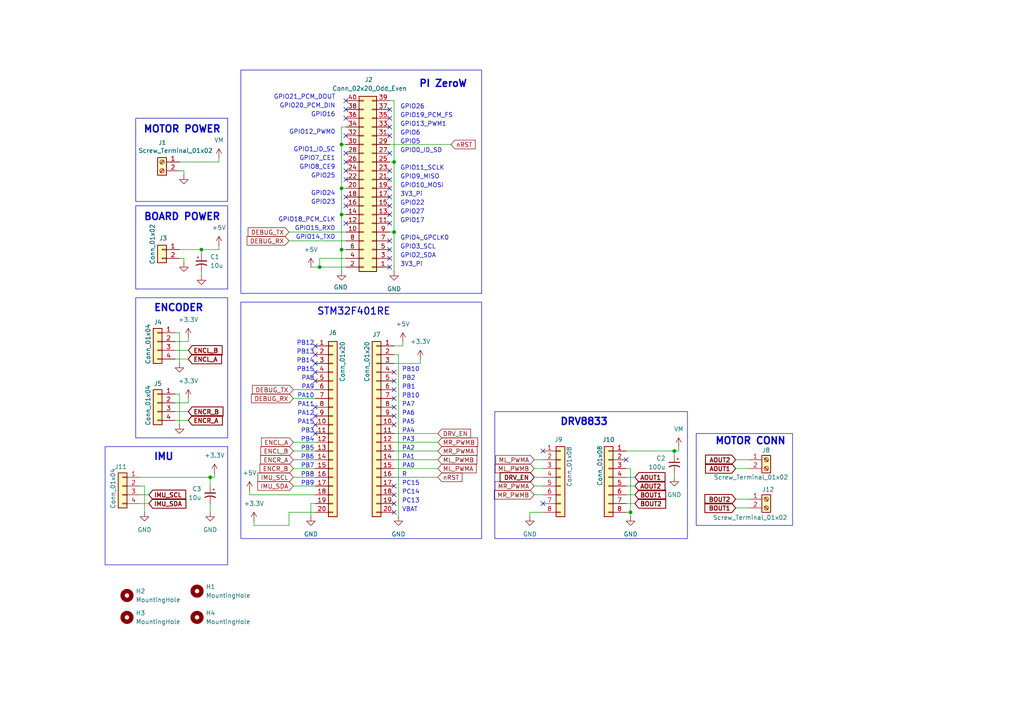
<source format=kicad_sch>
(kicad_sch (version 20231120) (generator "eeschema") (generator_version "8.0")
  (paper "A4")
  (lib_symbols
    (symbol "Connector:Screw_Terminal_01x02" (pin_names (offset 1.016) hide)
      (property "Reference" "J" (at 0 2.54 0))
      (property "Value" "Screw_Terminal_01x02" (at 0 -5.08 0))
      (symbol "Screw_Terminal_01x02_1_1"
        (rectangle (start -1.27 1.27) (end 1.27 -3.81) (stroke (width 0.254)) (fill (type background)))
        (circle (center 0 -2.54) (radius 0.635) (stroke (width 0.1524)))
        (polyline (pts (xy -0.5334 -2.2098) (xy 0.3302 -3.048)) (stroke (width 0.1524)))
        (polyline (pts (xy -0.5334 0.3302) (xy 0.3302 -0.508)) (stroke (width 0.1524)))
        (polyline (pts (xy -0.3556 -2.032) (xy 0.508 -2.8702)) (stroke (width 0.1524)))
        (polyline (pts (xy -0.3556 0.508) (xy 0.508 -0.3302)) (stroke (width 0.1524)))
        (circle (center 0 0) (radius 0.635) (stroke (width 0.1524)))
        (pin passive line (at -5.08 0 0) (length 3.81) (name "Pin_1") (number "1"))
        (pin passive line (at -5.08 -2.54 0) (length 3.81) (name "Pin_2") (number "2"))
      )
    )
    (symbol "Connector_Generic:Conn_01x02" (pin_names (offset 1.016) hide)
      (property "Reference" "J" (at 0 2.54 0))
      (property "Value" "Conn_01x02" (at 0 -5.08 0))
      (symbol "Conn_01x02_1_1"
        (rectangle (start -1.27 -2.413) (end 0 -2.667) (stroke (width 0.1524)))
        (rectangle (start -1.27 0.127) (end 0 -0.127) (stroke (width 0.1524)))
        (rectangle (start -1.27 1.27) (end 1.27 -3.81) (stroke (width 0.254)) (fill (type background)))
        (pin passive line (at -5.08 0 0) (length 3.81) (name "Pin_1") (number "1"))
        (pin passive line (at -5.08 -2.54 0) (length 3.81) (name "Pin_2") (number "2"))
      )
    )
    (symbol "Connector_Generic:Conn_01x04" (pin_names (offset 1.016) hide)
      (property "Reference" "J" (at 0 5.08 0))
      (property "Value" "Conn_01x04" (at 0 -7.62 0))
      (symbol "Conn_01x04_1_1"
        (rectangle (start -1.27 -4.953) (end 0 -5.207) (stroke (width 0.1524)))
        (rectangle (start -1.27 -2.413) (end 0 -2.667) (stroke (width 0.1524)))
        (rectangle (start -1.27 0.127) (end 0 -0.127) (stroke (width 0.1524)))
        (rectangle (start -1.27 2.667) (end 0 2.413) (stroke (width 0.1524)))
        (rectangle (start -1.27 3.81) (end 1.27 -6.35) (stroke (width 0.254)) (fill (type background)))
        (pin passive line (at -5.08 2.54 0) (length 3.81) (name "Pin_1") (number "1"))
        (pin passive line (at -5.08 0 0) (length 3.81) (name "Pin_2") (number "2"))
        (pin passive line (at -5.08 -2.54 0) (length 3.81) (name "Pin_3") (number "3"))
        (pin passive line (at -5.08 -5.08 0) (length 3.81) (name "Pin_4") (number "4"))
      )
    )
    (symbol "Connector_Generic:Conn_01x08" (pin_names (offset 1.016) hide)
      (property "Reference" "J" (at 0 10.16 0))
      (property "Value" "Conn_01x08" (at 0 -12.7 0))
      (symbol "Conn_01x08_1_1"
        (rectangle (start -1.27 -10.033) (end 0 -10.287) (stroke (width 0.1524)))
        (rectangle (start -1.27 -7.493) (end 0 -7.747) (stroke (width 0.1524)))
        (rectangle (start -1.27 -4.953) (end 0 -5.207) (stroke (width 0.1524)))
        (rectangle (start -1.27 -2.413) (end 0 -2.667) (stroke (width 0.1524)))
        (rectangle (start -1.27 0.127) (end 0 -0.127) (stroke (width 0.1524)))
        (rectangle (start -1.27 2.667) (end 0 2.413) (stroke (width 0.1524)))
        (rectangle (start -1.27 5.207) (end 0 4.953) (stroke (width 0.1524)))
        (rectangle (start -1.27 7.747) (end 0 7.493) (stroke (width 0.1524)))
        (rectangle (start -1.27 8.89) (end 1.27 -11.43) (stroke (width 0.254)) (fill (type background)))
        (pin passive line (at -5.08 7.62 0) (length 3.81) (name "Pin_1") (number "1"))
        (pin passive line (at -5.08 5.08 0) (length 3.81) (name "Pin_2") (number "2"))
        (pin passive line (at -5.08 2.54 0) (length 3.81) (name "Pin_3") (number "3"))
        (pin passive line (at -5.08 0 0) (length 3.81) (name "Pin_4") (number "4"))
        (pin passive line (at -5.08 -2.54 0) (length 3.81) (name "Pin_5") (number "5"))
        (pin passive line (at -5.08 -5.08 0) (length 3.81) (name "Pin_6") (number "6"))
        (pin passive line (at -5.08 -7.62 0) (length 3.81) (name "Pin_7") (number "7"))
        (pin passive line (at -5.08 -10.16 0) (length 3.81) (name "Pin_8") (number "8"))
      )
    )
    (symbol "Connector_Generic:Conn_01x20" (pin_names (offset 1.016) hide)
      (property "Reference" "J" (at 0 25.4 0))
      (property "Value" "Conn_01x20" (at 0 -27.94 0))
      (symbol "Conn_01x20_1_1"
        (rectangle (start -1.27 -25.273) (end 0 -25.527) (stroke (width 0.1524)))
        (rectangle (start -1.27 -22.733) (end 0 -22.987) (stroke (width 0.1524)))
        (rectangle (start -1.27 -20.193) (end 0 -20.447) (stroke (width 0.1524)))
        (rectangle (start -1.27 -17.653) (end 0 -17.907) (stroke (width 0.1524)))
        (rectangle (start -1.27 -15.113) (end 0 -15.367) (stroke (width 0.1524)))
        (rectangle (start -1.27 -12.573) (end 0 -12.827) (stroke (width 0.1524)))
        (rectangle (start -1.27 -10.033) (end 0 -10.287) (stroke (width 0.1524)))
        (rectangle (start -1.27 -7.493) (end 0 -7.747) (stroke (width 0.1524)))
        (rectangle (start -1.27 -4.953) (end 0 -5.207) (stroke (width 0.1524)))
        (rectangle (start -1.27 -2.413) (end 0 -2.667) (stroke (width 0.1524)))
        (rectangle (start -1.27 0.127) (end 0 -0.127) (stroke (width 0.1524)))
        (rectangle (start -1.27 2.667) (end 0 2.413) (stroke (width 0.1524)))
        (rectangle (start -1.27 5.207) (end 0 4.953) (stroke (width 0.1524)))
        (rectangle (start -1.27 7.747) (end 0 7.493) (stroke (width 0.1524)))
        (rectangle (start -1.27 10.287) (end 0 10.033) (stroke (width 0.1524)))
        (rectangle (start -1.27 12.827) (end 0 12.573) (stroke (width 0.1524)))
        (rectangle (start -1.27 15.367) (end 0 15.113) (stroke (width 0.1524)))
        (rectangle (start -1.27 17.907) (end 0 17.653) (stroke (width 0.1524)))
        (rectangle (start -1.27 20.447) (end 0 20.193) (stroke (width 0.1524)))
        (rectangle (start -1.27 22.987) (end 0 22.733) (stroke (width 0.1524)))
        (rectangle (start -1.27 24.13) (end 1.27 -26.67) (stroke (width 0.254)) (fill (type background)))
        (pin passive line (at -5.08 22.86 0) (length 3.81) (name "Pin_1") (number "1"))
        (pin passive line (at -5.08 0 0) (length 3.81) (name "Pin_10") (number "10"))
        (pin passive line (at -5.08 -2.54 0) (length 3.81) (name "Pin_11") (number "11"))
        (pin passive line (at -5.08 -5.08 0) (length 3.81) (name "Pin_12") (number "12"))
        (pin passive line (at -5.08 -7.62 0) (length 3.81) (name "Pin_13") (number "13"))
        (pin passive line (at -5.08 -10.16 0) (length 3.81) (name "Pin_14") (number "14"))
        (pin passive line (at -5.08 -12.7 0) (length 3.81) (name "Pin_15") (number "15"))
        (pin passive line (at -5.08 -15.24 0) (length 3.81) (name "Pin_16") (number "16"))
        (pin passive line (at -5.08 -17.78 0) (length 3.81) (name "Pin_17") (number "17"))
        (pin passive line (at -5.08 -20.32 0) (length 3.81) (name "Pin_18") (number "18"))
        (pin passive line (at -5.08 -22.86 0) (length 3.81) (name "Pin_19") (number "19"))
        (pin passive line (at -5.08 20.32 0) (length 3.81) (name "Pin_2") (number "2"))
        (pin passive line (at -5.08 -25.4 0) (length 3.81) (name "Pin_20") (number "20"))
        (pin passive line (at -5.08 17.78 0) (length 3.81) (name "Pin_3") (number "3"))
        (pin passive line (at -5.08 15.24 0) (length 3.81) (name "Pin_4") (number "4"))
        (pin passive line (at -5.08 12.7 0) (length 3.81) (name "Pin_5") (number "5"))
        (pin passive line (at -5.08 10.16 0) (length 3.81) (name "Pin_6") (number "6"))
        (pin passive line (at -5.08 7.62 0) (length 3.81) (name "Pin_7") (number "7"))
        (pin passive line (at -5.08 5.08 0) (length 3.81) (name "Pin_8") (number "8"))
        (pin passive line (at -5.08 2.54 0) (length 3.81) (name "Pin_9") (number "9"))
      )
    )
    (symbol "Connector_Generic:Conn_02x20_Odd_Even" (pin_names (offset 1.016) hide)
      (property "Reference" "J" (at 1.27 25.4 0))
      (property "Value" "Conn_02x20_Odd_Even" (at 1.27 -27.94 0))
      (symbol "Conn_02x20_Odd_Even_1_1"
        (rectangle (start -1.27 -25.273) (end 0 -25.527) (stroke (width 0.1524)))
        (rectangle (start -1.27 -22.733) (end 0 -22.987) (stroke (width 0.1524)))
        (rectangle (start -1.27 -20.193) (end 0 -20.447) (stroke (width 0.1524)))
        (rectangle (start -1.27 -17.653) (end 0 -17.907) (stroke (width 0.1524)))
        (rectangle (start -1.27 -15.113) (end 0 -15.367) (stroke (width 0.1524)))
        (rectangle (start -1.27 -12.573) (end 0 -12.827) (stroke (width 0.1524)))
        (rectangle (start -1.27 -10.033) (end 0 -10.287) (stroke (width 0.1524)))
        (rectangle (start -1.27 -7.493) (end 0 -7.747) (stroke (width 0.1524)))
        (rectangle (start -1.27 -4.953) (end 0 -5.207) (stroke (width 0.1524)))
        (rectangle (start -1.27 -2.413) (end 0 -2.667) (stroke (width 0.1524)))
        (rectangle (start -1.27 0.127) (end 0 -0.127) (stroke (width 0.1524)))
        (rectangle (start -1.27 2.667) (end 0 2.413) (stroke (width 0.1524)))
        (rectangle (start -1.27 5.207) (end 0 4.953) (stroke (width 0.1524)))
        (rectangle (start -1.27 7.747) (end 0 7.493) (stroke (width 0.1524)))
        (rectangle (start -1.27 10.287) (end 0 10.033) (stroke (width 0.1524)))
        (rectangle (start -1.27 12.827) (end 0 12.573) (stroke (width 0.1524)))
        (rectangle (start -1.27 15.367) (end 0 15.113) (stroke (width 0.1524)))
        (rectangle (start -1.27 17.907) (end 0 17.653) (stroke (width 0.1524)))
        (rectangle (start -1.27 20.447) (end 0 20.193) (stroke (width 0.1524)))
        (rectangle (start -1.27 22.987) (end 0 22.733) (stroke (width 0.1524)))
        (rectangle (start -1.27 24.13) (end 3.81 -26.67) (stroke (width 0.254)) (fill (type background)))
        (rectangle (start 3.81 -25.273) (end 2.54 -25.527) (stroke (width 0.1524)))
        (rectangle (start 3.81 -22.733) (end 2.54 -22.987) (stroke (width 0.1524)))
        (rectangle (start 3.81 -20.193) (end 2.54 -20.447) (stroke (width 0.1524)))
        (rectangle (start 3.81 -17.653) (end 2.54 -17.907) (stroke (width 0.1524)))
        (rectangle (start 3.81 -15.113) (end 2.54 -15.367) (stroke (width 0.1524)))
        (rectangle (start 3.81 -12.573) (end 2.54 -12.827) (stroke (width 0.1524)))
        (rectangle (start 3.81 -10.033) (end 2.54 -10.287) (stroke (width 0.1524)))
        (rectangle (start 3.81 -7.493) (end 2.54 -7.747) (stroke (width 0.1524)))
        (rectangle (start 3.81 -4.953) (end 2.54 -5.207) (stroke (width 0.1524)))
        (rectangle (start 3.81 -2.413) (end 2.54 -2.667) (stroke (width 0.1524)))
        (rectangle (start 3.81 0.127) (end 2.54 -0.127) (stroke (width 0.1524)))
        (rectangle (start 3.81 2.667) (end 2.54 2.413) (stroke (width 0.1524)))
        (rectangle (start 3.81 5.207) (end 2.54 4.953) (stroke (width 0.1524)))
        (rectangle (start 3.81 7.747) (end 2.54 7.493) (stroke (width 0.1524)))
        (rectangle (start 3.81 10.287) (end 2.54 10.033) (stroke (width 0.1524)))
        (rectangle (start 3.81 12.827) (end 2.54 12.573) (stroke (width 0.1524)))
        (rectangle (start 3.81 15.367) (end 2.54 15.113) (stroke (width 0.1524)))
        (rectangle (start 3.81 17.907) (end 2.54 17.653) (stroke (width 0.1524)))
        (rectangle (start 3.81 20.447) (end 2.54 20.193) (stroke (width 0.1524)))
        (rectangle (start 3.81 22.987) (end 2.54 22.733) (stroke (width 0.1524)))
        (pin passive line (at -5.08 22.86 0) (length 3.81) (name "Pin_1") (number "1"))
        (pin passive line (at 7.62 12.7 180) (length 3.81) (name "Pin_10") (number "10"))
        (pin passive line (at -5.08 10.16 0) (length 3.81) (name "Pin_11") (number "11"))
        (pin passive line (at 7.62 10.16 180) (length 3.81) (name "Pin_12") (number "12"))
        (pin passive line (at -5.08 7.62 0) (length 3.81) (name "Pin_13") (number "13"))
        (pin passive line (at 7.62 7.62 180) (length 3.81) (name "Pin_14") (number "14"))
        (pin passive line (at -5.08 5.08 0) (length 3.81) (name "Pin_15") (number "15"))
        (pin passive line (at 7.62 5.08 180) (length 3.81) (name "Pin_16") (number "16"))
        (pin passive line (at -5.08 2.54 0) (length 3.81) (name "Pin_17") (number "17"))
        (pin passive line (at 7.62 2.54 180) (length 3.81) (name "Pin_18") (number "18"))
        (pin passive line (at -5.08 0 0) (length 3.81) (name "Pin_19") (number "19"))
        (pin passive line (at 7.62 22.86 180) (length 3.81) (name "Pin_2") (number "2"))
        (pin passive line (at 7.62 0 180) (length 3.81) (name "Pin_20") (number "20"))
        (pin passive line (at -5.08 -2.54 0) (length 3.81) (name "Pin_21") (number "21"))
        (pin passive line (at 7.62 -2.54 180) (length 3.81) (name "Pin_22") (number "22"))
        (pin passive line (at -5.08 -5.08 0) (length 3.81) (name "Pin_23") (number "23"))
        (pin passive line (at 7.62 -5.08 180) (length 3.81) (name "Pin_24") (number "24"))
        (pin passive line (at -5.08 -7.62 0) (length 3.81) (name "Pin_25") (number "25"))
        (pin passive line (at 7.62 -7.62 180) (length 3.81) (name "Pin_26") (number "26"))
        (pin passive line (at -5.08 -10.16 0) (length 3.81) (name "Pin_27") (number "27"))
        (pin passive line (at 7.62 -10.16 180) (length 3.81) (name "Pin_28") (number "28"))
        (pin passive line (at -5.08 -12.7 0) (length 3.81) (name "Pin_29") (number "29"))
        (pin passive line (at -5.08 20.32 0) (length 3.81) (name "Pin_3") (number "3"))
        (pin passive line (at 7.62 -12.7 180) (length 3.81) (name "Pin_30") (number "30"))
        (pin passive line (at -5.08 -15.24 0) (length 3.81) (name "Pin_31") (number "31"))
        (pin passive line (at 7.62 -15.24 180) (length 3.81) (name "Pin_32") (number "32"))
        (pin passive line (at -5.08 -17.78 0) (length 3.81) (name "Pin_33") (number "33"))
        (pin passive line (at 7.62 -17.78 180) (length 3.81) (name "Pin_34") (number "34"))
        (pin passive line (at -5.08 -20.32 0) (length 3.81) (name "Pin_35") (number "35"))
        (pin passive line (at 7.62 -20.32 180) (length 3.81) (name "Pin_36") (number "36"))
        (pin passive line (at -5.08 -22.86 0) (length 3.81) (name "Pin_37") (number "37"))
        (pin passive line (at 7.62 -22.86 180) (length 3.81) (name "Pin_38") (number "38"))
        (pin passive line (at -5.08 -25.4 0) (length 3.81) (name "Pin_39") (number "39"))
        (pin passive line (at 7.62 20.32 180) (length 3.81) (name "Pin_4") (number "4"))
        (pin passive line (at 7.62 -25.4 180) (length 3.81) (name "Pin_40") (number "40"))
        (pin passive line (at -5.08 17.78 0) (length 3.81) (name "Pin_5") (number "5"))
        (pin passive line (at 7.62 17.78 180) (length 3.81) (name "Pin_6") (number "6"))
        (pin passive line (at -5.08 15.24 0) (length 3.81) (name "Pin_7") (number "7"))
        (pin passive line (at 7.62 15.24 180) (length 3.81) (name "Pin_8") (number "8"))
        (pin passive line (at -5.08 12.7 0) (length 3.81) (name "Pin_9") (number "9"))
      )
    )
    (symbol "Device:C_Polarized_Small_US" (pin_numbers hide) (pin_names (offset 0.254) hide)
      (property "Reference" "C" (at 0.254 1.778 0))
      (property "Value" "C_Polarized_Small_US" (at 0.254 -2.032 0))
      (symbol "C_Polarized_Small_US_0_1"
        (polyline (pts (xy -1.524 0.508) (xy 1.524 0.508)) (stroke (width 0.3048)))
        (polyline (pts (xy -1.27 1.524) (xy -0.762 1.524)))
        (polyline (pts (xy -1.016 1.27) (xy -1.016 1.778)))
        (arc (start 1.524 -0.762) (mid 0 -0.3734) (end -1.524 -0.762) (stroke (width 0.3048)))
      )
      (symbol "C_Polarized_Small_US_1_1"
        (pin passive line (at 0 2.54 270) (length 2.032) (name "~") (number "1"))
        (pin passive line (at 0 -2.54 90) (length 2.032) (name "~") (number "2"))
      )
    )
    (symbol "GND_1" (power) (pin_numbers hide) (pin_names (offset 0) hide)
      (property "Value" "GND" (at 0 -3.81 0))
      (symbol "GND_1_0_1"
        (polyline (pts (xy 0 0) (xy 0 -1.27) (xy 1.27 -1.27) (xy 0 -2.54) (xy -1.27 -1.27) (xy 0 -1.27)))
      )
      (symbol "GND_1_1_1"
        (pin power_in line (at 0 0 270) (length 0) (name "~") (number "1"))
      )
    )
    (symbol "GND_2" (power) (pin_numbers hide) (pin_names (offset 0) hide)
      (property "Value" "GND" (at 0 -3.81 0))
      (symbol "GND_2_0_1"
        (polyline (pts (xy 0 0) (xy 0 -1.27) (xy 1.27 -1.27) (xy 0 -2.54) (xy -1.27 -1.27) (xy 0 -1.27)))
      )
      (symbol "GND_2_1_1"
        (pin power_in line (at 0 0 270) (length 0) (name "~") (number "1"))
      )
    )
    (symbol "GND_3" (power) (pin_numbers hide) (pin_names (offset 0) hide)
      (property "Value" "GND" (at 0 -3.81 0))
      (symbol "GND_3_0_1"
        (polyline (pts (xy 0 0) (xy 0 -1.27) (xy 1.27 -1.27) (xy 0 -2.54) (xy -1.27 -1.27) (xy 0 -1.27)))
      )
      (symbol "GND_3_1_1"
        (pin power_in line (at 0 0 270) (length 0) (name "~") (number "1"))
      )
    )
    (symbol "GND_4" (power) (pin_numbers hide) (pin_names (offset 0) hide)
      (property "Value" "GND" (at 0 -3.81 0))
      (symbol "GND_4_0_1"
        (polyline (pts (xy 0 0) (xy 0 -1.27) (xy 1.27 -1.27) (xy 0 -2.54) (xy -1.27 -1.27) (xy 0 -1.27)))
      )
      (symbol "GND_4_1_1"
        (pin power_in line (at 0 0 270) (length 0) (name "~") (number "1"))
      )
    )
    (symbol "GND_5" (power) (pin_numbers hide) (pin_names (offset 0) hide)
      (property "Value" "GND" (at 0 -3.81 0))
      (symbol "GND_5_0_1"
        (polyline (pts (xy 0 0) (xy 0 -1.27) (xy 1.27 -1.27) (xy 0 -2.54) (xy -1.27 -1.27) (xy 0 -1.27)))
      )
      (symbol "GND_5_1_1"
        (pin power_in line (at 0 0 270) (length 0) (name "~") (number "1"))
      )
    )
    (symbol "GND_6" (power) (pin_numbers hide) (pin_names (offset 0) hide)
      (property "Value" "GND" (at 0 -3.81 0))
      (symbol "GND_6_0_1"
        (polyline (pts (xy 0 0) (xy 0 -1.27) (xy 1.27 -1.27) (xy 0 -2.54) (xy -1.27 -1.27) (xy 0 -1.27)))
      )
      (symbol "GND_6_1_1"
        (pin power_in line (at 0 0 270) (length 0) (name "~") (number "1"))
      )
    )
    (symbol "GND_7" (power) (pin_numbers hide) (pin_names (offset 0) hide)
      (property "Value" "GND" (at 0 -3.81 0))
      (symbol "GND_7_0_1"
        (polyline (pts (xy 0 0) (xy 0 -1.27) (xy 1.27 -1.27) (xy 0 -2.54) (xy -1.27 -1.27) (xy 0 -1.27)))
      )
      (symbol "GND_7_1_1"
        (pin power_in line (at 0 0 270) (length 0) (name "~") (number "1"))
      )
    )
    (symbol "GND_8" (power) (pin_numbers hide) (pin_names (offset 0) hide)
      (property "Value" "GND" (at 0 -3.81 0))
      (symbol "GND_8_0_1"
        (polyline (pts (xy 0 0) (xy 0 -1.27) (xy 1.27 -1.27) (xy 0 -2.54) (xy -1.27 -1.27) (xy 0 -1.27)))
      )
      (symbol "GND_8_1_1"
        (pin power_in line (at 0 0 270) (length 0) (name "~") (number "1"))
      )
    )
    (symbol "GND_9" (power) (pin_numbers hide) (pin_names (offset 0) hide)
      (property "Value" "GND" (at 0 -3.81 0))
      (symbol "GND_9_0_1"
        (polyline (pts (xy 0 0) (xy 0 -1.27) (xy 1.27 -1.27) (xy 0 -2.54) (xy -1.27 -1.27) (xy 0 -1.27)))
      )
      (symbol "GND_9_1_1"
        (pin power_in line (at 0 0 270) (length 0) (name "~") (number "1"))
      )
    )
    (symbol "Mechanical:MountingHole" (pin_names (offset 1.016)) (exclude_from_sim yes) (in_bom no)
      (property "Reference" "H" (at 0 5.08 0))
      (property "Value" "MountingHole" (at 0 3.175 0))
      (symbol "MountingHole_0_1"
        (circle (center 0 0) (radius 1.27) (stroke (width 1.27)))
      )
    )
    (symbol "power:+3.3V" (power) (pin_numbers hide) (pin_names (offset 0) hide)
      (property "Value" "+3.3V" (at 0 3.556 0))
      (symbol "+3.3V_0_1"
        (polyline (pts (xy -0.762 1.27) (xy 0 2.54)))
        (polyline (pts (xy 0 0) (xy 0 2.54)))
        (polyline (pts (xy 0 2.54) (xy 0.762 1.27)))
      )
      (symbol "+3.3V_1_1"
        (pin power_in line (at 0 0 90) (length 0) (name "~") (number "1"))
      )
    )
    (symbol "power:+5V" (power) (pin_numbers hide) (pin_names (offset 0) hide)
      (property "Value" "+5V" (at 0 3.556 0))
      (symbol "+5V_0_1"
        (polyline (pts (xy -0.762 1.27) (xy 0 2.54)))
        (polyline (pts (xy 0 0) (xy 0 2.54)))
        (polyline (pts (xy 0 2.54) (xy 0.762 1.27)))
      )
      (symbol "+5V_1_1"
        (pin power_in line (at 0 0 90) (length 0) (name "~") (number "1"))
      )
    )
    (symbol "power:VCC" (power) (pin_numbers hide) (pin_names (offset 0) hide)
      (property "Value" "VCC" (at 0 3.556 0))
      (symbol "VCC_0_1"
        (polyline (pts (xy -0.762 1.27) (xy 0 2.54)))
        (polyline (pts (xy 0 0) (xy 0 2.54)))
        (polyline (pts (xy 0 2.54) (xy 0.762 1.27)))
      )
      (symbol "VCC_1_1"
        (pin power_in line (at 0 0 90) (length 0) (name "~") (number "1"))
      )
    )
  )
  (junction (at 99.06 41.91))
  (junction (at 58.42 72.39))
  (junction (at 114.3 67.31))
  (junction (at 114.3 46.99))
  (junction (at 92.71 77.47))
  (junction (at 99.06 72.39))
  (junction (at 99.06 62.23))
  (junction (at 99.06 54.61))
  (junction (at 182.88 148.59))
  (junction (at 60.96 138.43))
  (junction (at 195.58 130.81))
  (no_connect (at 114.3 115.57))
  (no_connect (at 114.3 123.19))
  (no_connect (at 113.03 74.93))
  (no_connect (at 100.33 44.45))
  (no_connect (at 100.33 59.69))
  (no_connect (at 100.33 34.29))
  (no_connect (at 100.33 29.21))
  (no_connect (at 100.33 39.37))
  (no_connect (at 114.3 118.11))
  (no_connect (at 181.61 133.35))
  (no_connect (at 91.44 107.95))
  (no_connect (at 114.3 143.51))
  (no_connect (at 113.03 57.15))
  (no_connect (at 100.33 31.75))
  (no_connect (at 113.03 34.29))
  (no_connect (at 91.44 102.87))
  (no_connect (at 113.03 64.77))
  (no_connect (at 91.44 118.11))
  (no_connect (at 157.48 146.05))
  (no_connect (at 114.3 107.95))
  (no_connect (at 113.03 31.75))
  (no_connect (at 113.03 49.53))
  (no_connect (at 114.3 148.59))
  (no_connect (at 113.03 77.47))
  (no_connect (at 100.33 57.15))
  (no_connect (at 91.44 123.19))
  (no_connect (at 91.44 110.49))
  (no_connect (at 91.44 125.73))
  (no_connect (at 100.33 46.99))
  (no_connect (at 91.44 120.65))
  (no_connect (at 113.03 44.45))
  (no_connect (at 114.3 140.97))
  (no_connect (at 157.48 130.81))
  (no_connect (at 100.33 52.07))
  (no_connect (at 113.03 54.61))
  (no_connect (at 113.03 69.85))
  (no_connect (at 113.03 72.39))
  (no_connect (at 100.33 64.77))
  (no_connect (at 113.03 59.69))
  (no_connect (at 114.3 110.49))
  (no_connect (at 91.44 100.33))
  (no_connect (at 114.3 120.65))
  (no_connect (at 113.03 52.07))
  (no_connect (at 113.03 36.83))
  (no_connect (at 113.03 39.37))
  (no_connect (at 114.3 113.03))
  (no_connect (at 114.3 146.05))
  (no_connect (at 91.44 105.41))
  (no_connect (at 113.03 62.23))
  (no_connect (at 100.33 49.53))
  (wire (pts (xy 114.3 128.27) (xy 127 128.27)))
  (wire (pts (xy 182.88 135.89) (xy 182.88 148.59)))
  (wire (pts (xy 181.61 135.89) (xy 182.88 135.89)))
  (wire (pts (xy 54.61 97.79) (xy 54.61 99.06)))
  (wire (pts (xy 153.67 148.59) (xy 157.48 148.59)))
  (wire (pts (xy 73.66 152.4) (xy 83.82 152.4)))
  (wire (pts (xy 54.61 116.84) (xy 50.8 116.84)))
  (wire (pts (xy 60.96 138.43) (xy 60.96 140.97)))
  (wire (pts (xy 116.84 100.33) (xy 114.3 100.33)))
  (wire (pts (xy 91.44 140.97) (xy 85.09 140.97)))
  (wire (pts (xy 184.15 146.05) (xy 181.61 146.05)))
  (wire (pts (xy 52.07 105.41) (xy 52.07 96.52)))
  (wire (pts (xy 73.66 151.13) (xy 73.66 152.4)))
  (wire (pts (xy 99.06 41.91) (xy 99.06 36.83)))
  (wire (pts (xy 99.06 72.39) (xy 100.33 72.39)))
  (wire (pts (xy 53.34 76.2) (xy 53.34 74.93)))
  (wire (pts (xy 72.39 142.24) (xy 72.39 143.51)))
  (wire (pts (xy 114.3 138.43) (xy 127 138.43)))
  (wire (pts (xy 58.42 78.74) (xy 58.42 80.01)))
  (wire (pts (xy 213.36 133.35) (xy 217.17 133.35)))
  (wire (pts (xy 184.15 138.43) (xy 181.61 138.43)))
  (wire (pts (xy 100.33 54.61) (xy 99.06 54.61)))
  (wire (pts (xy 54.61 104.14) (xy 50.8 104.14)))
  (wire (pts (xy 41.91 140.97) (xy 40.64 140.97)))
  (wire (pts (xy 182.88 148.59) (xy 181.61 148.59)))
  (wire (pts (xy 54.61 99.06) (xy 50.8 99.06)))
  (wire (pts (xy 154.94 138.43) (xy 157.48 138.43)))
  (wire (pts (xy 83.82 148.59) (xy 91.44 148.59)))
  (wire (pts (xy 52.07 46.99) (xy 63.5 46.99)))
  (wire (pts (xy 99.06 36.83) (xy 100.33 36.83)))
  (wire (pts (xy 99.06 54.61) (xy 99.06 62.23)))
  (wire (pts (xy 91.44 113.03) (xy 85.09 113.03)))
  (wire (pts (xy 114.3 46.99) (xy 114.3 29.21)))
  (wire (pts (xy 83.82 152.4) (xy 83.82 148.59)))
  (wire (pts (xy 54.61 121.92) (xy 50.8 121.92)))
  (wire (pts (xy 196.85 130.81) (xy 195.58 130.81)))
  (wire (pts (xy 100.33 62.23) (xy 99.06 62.23)))
  (wire (pts (xy 99.06 72.39) (xy 99.06 78.74)))
  (wire (pts (xy 114.3 133.35) (xy 127 133.35)))
  (wire (pts (xy 92.71 77.47) (xy 92.71 74.93)))
  (wire (pts (xy 184.15 143.51) (xy 181.61 143.51)))
  (wire (pts (xy 91.44 130.81) (xy 85.09 130.81)))
  (wire (pts (xy 63.5 45.72) (xy 63.5 46.99)))
  (wire (pts (xy 100.33 69.85) (xy 83.82 69.85)))
  (wire (pts (xy 92.71 74.93) (xy 100.33 74.93)))
  (wire (pts (xy 154.94 140.97) (xy 157.48 140.97)))
  (wire (pts (xy 54.61 119.38) (xy 50.8 119.38)))
  (wire (pts (xy 114.3 135.89) (xy 127 135.89)))
  (wire (pts (xy 99.06 62.23) (xy 99.06 72.39)))
  (wire (pts (xy 90.17 149.86) (xy 90.17 146.05)))
  (wire (pts (xy 100.33 41.91) (xy 99.06 41.91)))
  (wire (pts (xy 91.44 135.89) (xy 85.09 135.89)))
  (wire (pts (xy 114.3 67.31) (xy 114.3 46.99)))
  (wire (pts (xy 58.42 72.39) (xy 52.07 72.39)))
  (wire (pts (xy 195.58 137.16) (xy 195.58 138.43)))
  (wire (pts (xy 154.94 133.35) (xy 157.48 133.35)))
  (wire (pts (xy 62.23 137.16) (xy 62.23 138.43)))
  (wire (pts (xy 213.36 135.89) (xy 217.17 135.89)))
  (wire (pts (xy 53.34 49.53) (xy 52.07 49.53)))
  (wire (pts (xy 63.5 71.12) (xy 63.5 72.39)))
  (wire (pts (xy 52.07 96.52) (xy 50.8 96.52)))
  (wire (pts (xy 195.58 132.08) (xy 195.58 130.81)))
  (wire (pts (xy 114.3 130.81) (xy 127 130.81)))
  (wire (pts (xy 91.44 133.35) (xy 85.09 133.35)))
  (wire (pts (xy 91.44 128.27) (xy 85.09 128.27)))
  (wire (pts (xy 53.34 74.93) (xy 52.07 74.93)))
  (wire (pts (xy 130.81 41.91) (xy 113.03 41.91)))
  (wire (pts (xy 184.15 140.97) (xy 181.61 140.97)))
  (wire (pts (xy 60.96 138.43) (xy 40.64 138.43)))
  (wire (pts (xy 113.03 67.31) (xy 114.3 67.31)))
  (wire (pts (xy 43.18 146.05) (xy 40.64 146.05)))
  (wire (pts (xy 54.61 115.57) (xy 54.61 116.84)))
  (wire (pts (xy 52.07 123.19) (xy 52.07 114.3)))
  (wire (pts (xy 114.3 46.99) (xy 113.03 46.99)))
  (wire (pts (xy 154.94 143.51) (xy 157.48 143.51)))
  (wire (pts (xy 62.23 138.43) (xy 60.96 138.43)))
  (wire (pts (xy 153.67 149.86) (xy 153.67 148.59)))
  (wire (pts (xy 41.91 148.59) (xy 41.91 140.97)))
  (wire (pts (xy 100.33 67.31) (xy 83.82 67.31)))
  (wire (pts (xy 195.58 130.81) (xy 181.61 130.81)))
  (wire (pts (xy 91.44 138.43) (xy 85.09 138.43)))
  (wire (pts (xy 213.36 144.78) (xy 217.17 144.78)))
  (wire (pts (xy 54.61 101.6) (xy 50.8 101.6)))
  (wire (pts (xy 100.33 77.47) (xy 92.71 77.47)))
  (wire (pts (xy 53.34 50.8) (xy 53.34 49.53)))
  (wire (pts (xy 115.57 102.87) (xy 114.3 102.87)))
  (wire (pts (xy 63.5 72.39) (xy 58.42 72.39)))
  (wire (pts (xy 58.42 72.39) (xy 58.42 73.66)))
  (wire (pts (xy 90.17 77.47) (xy 92.71 77.47)))
  (wire (pts (xy 114.3 125.73) (xy 127 125.73)))
  (wire (pts (xy 116.84 99.06) (xy 116.84 100.33)))
  (wire (pts (xy 182.88 148.59) (xy 182.88 149.86)))
  (wire (pts (xy 121.92 105.41) (xy 114.3 105.41)))
  (wire (pts (xy 114.3 29.21) (xy 113.03 29.21)))
  (wire (pts (xy 114.3 67.31) (xy 114.3 78.74)))
  (wire (pts (xy 43.18 143.51) (xy 40.64 143.51)))
  (wire (pts (xy 91.44 115.57) (xy 85.09 115.57)))
  (wire (pts (xy 60.96 148.59) (xy 60.96 146.05)))
  (wire (pts (xy 99.06 54.61) (xy 99.06 41.91)))
  (wire (pts (xy 72.39 143.51) (xy 91.44 143.51)))
  (wire (pts (xy 52.07 114.3) (xy 50.8 114.3)))
  (wire (pts (xy 154.94 135.89) (xy 157.48 135.89)))
  (wire (pts (xy 90.17 146.05) (xy 91.44 146.05)))
  (wire (pts (xy 213.36 147.32) (xy 217.17 147.32)))
  (wire (pts (xy 121.92 104.14) (xy 121.92 105.41)))
  (wire (pts (xy 196.85 129.54) (xy 196.85 130.81)))
  (wire (pts (xy 115.57 149.86) (xy 115.57 102.87)))
  (rectangle (start 201.93 125.73) (end 229.87 152.4))
  (rectangle (start 69.85 87.63) (end 139.7 156.21))
  (rectangle (start 143.51 119.38) (end 199.39 156.21))
  (rectangle (start 69.85 20.32) (end 139.7 85.09))
  (rectangle (start 30.48 129.54) (end 66.04 163.83))
  (rectangle (start 39.37 127) (end 66.04 86.36))
  (rectangle (start 39.37 59.69) (end 66.04 83.82))
  (rectangle (start 39.37 34.29) (end 66.04 58.42))
  (text "VBAT" (at 116.586 148.59 0) (effects (font (size 1.27 1.27)) (justify left bottom)))
  (text "GPIO8_CE9" (at 97.282 49.276 0) (effects (font (size 1.27 1.27)) (justify right bottom)))
  (text "PB15" (at 91.186 107.95 0) (effects (font (size 1.27 1.27)) (justify right bottom)))
  (text "PB13" (at 91.186 102.87 0) (effects (font (size 1.27 1.27)) (justify right bottom)))
  (text "PA11" (at 91.186 118.11 0) (effects (font (size 1.27 1.27)) (justify right bottom)))
  (text "PA2" (at 116.586 130.81 0) (effects (font (size 1.27 1.27)) (justify left bottom)))
  (text "PA10" (at 91.186 115.57 0) (effects (font (size 1.27 1.27)) (justify right bottom)))
  (text "PB3" (at 91.186 125.73 0) (effects (font (size 1.27 1.27)) (justify right bottom)))
  (text "BOARD POWER" (at 52.832 62.992 0) (effects (font (size 2.032 2.032) (bold yes))))
  (text "PB9" (at 91.186 140.97 0) (effects (font (size 1.27 1.27)) (justify right bottom)))
  (text "GPIO0_ID_SD" (at 116.078 44.45 0) (effects (font (size 1.27 1.27)) (justify left bottom)))
  (text "R\n" (at 116.586 138.43 0) (effects (font (size 1.27 1.27)) (justify left bottom)))
  (text "PB14" (at 91.186 105.41 0) (effects (font (size 1.27 1.27)) (justify right bottom)))
  (text "PB1" (at 116.586 113.03 0) (effects (font (size 1.27 1.27)) (justify left bottom)))
  (text "PB10" (at 116.586 107.95 0) (effects (font (size 1.27 1.27)) (justify left bottom)))
  (text "PA15" (at 91.186 123.19 0) (effects (font (size 1.27 1.27)) (justify right bottom)))
  (text "MOTOR POWER" (at 52.832 37.592 0) (effects (font (size 2.032 2.032) (bold yes))))
  (text "GPIO26" (at 116.078 31.75 0) (effects (font (size 1.27 1.27)) (justify left bottom)))
  (text "GPIO12_PWM0" (at 97.282 39.116 0) (effects (font (size 1.27 1.27)) (justify right bottom)))
  (text "GPIO20_PCM_DIN" (at 97.282 31.496 0) (effects (font (size 1.27 1.27)) (justify right bottom)))
  (text "IMU" (at 47.498 132.588 0) (effects (font (size 2.032 2.032) (bold yes))))
  (text "PC13" (at 116.586 146.05 0) (effects (font (size 1.27 1.27)) (justify left bottom)))
  (text "DRV8833" (at 169.418 122.428 0) (effects (font (size 2.032 2.032) (bold yes))))
  (text "GPIO4_GPCLK0" (at 116.078 69.85 0) (effects (font (size 1.27 1.27)) (justify left bottom)))
  (text "MOTOR CONN" (at 217.678 128.016 0) (effects (font (size 2.032 2.032) (bold yes))))
  (text "GPIO23" (at 97.282 59.436 0) (effects (font (size 1.27 1.27)) (justify right bottom)))
  (text "PI ZeroW" (at 128.524 24.384 0) (effects (font (size 2.032 2.032) (thickness 0.4064) (bold yes))))
  (text "PB2" (at 116.586 110.49 0) (effects (font (size 1.27 1.27)) (justify left bottom)))
  (text "PB7" (at 91.186 135.89 0) (effects (font (size 1.27 1.27)) (justify right bottom)))
  (text "PA1" (at 116.586 133.35 0) (effects (font (size 1.27 1.27)) (justify left bottom)))
  (text "PA5" (at 116.586 123.19 0) (effects (font (size 1.27 1.27)) (justify left bottom)))
  (text "GPIO1_ID_SC" (at 97.282 44.196 0) (effects (font (size 1.27 1.27)) (justify right bottom)))
  (text "PA8" (at 91.186 110.49 0) (effects (font (size 1.27 1.27)) (justify right bottom)))
  (text "GPIO10_MOSI" (at 116.078 54.61 0) (effects (font (size 1.27 1.27)) (justify left bottom)))
  (text "GPIO17" (at 116.078 64.77 0) (effects (font (size 1.27 1.27)) (justify left bottom)))
  (text "PB8" (at 91.186 138.43 0) (effects (font (size 1.27 1.27)) (justify right bottom)))
  (text "PB12" (at 91.186 100.33 0) (effects (font (size 1.27 1.27)) (justify right bottom)))
  (text "GPIO13_PWM1" (at 116.078 36.83 0) (effects (font (size 1.27 1.27)) (justify left bottom)))
  (text "PA3" (at 116.586 128.27 0) (effects (font (size 1.27 1.27)) (justify left bottom)))
  (text "GPIO16" (at 97.282 34.036 0) (effects (font (size 1.27 1.27)) (justify right bottom)))
  (text "GPIO7_CE1" (at 97.282 46.736 0) (effects (font (size 1.27 1.27)) (justify right bottom)))
  (text "PA0" (at 116.586 135.89 0) (effects (font (size 1.27 1.27)) (justify left bottom)))
  (text "3V3_Pi" (at 116.078 57.15 0) (effects (font (size 1.27 1.27)) (justify left bottom)))
  (text "PB4" (at 91.186 128.27 0) (effects (font (size 1.27 1.27)) (justify right bottom)))
  (text "PA7" (at 116.586 118.11 0) (effects (font (size 1.27 1.27)) (justify left bottom)))
  (text "GPIO18_PCM_CLK" (at 97.282 64.516 0) (effects (font (size 1.27 1.27)) (justify right bottom)))
  (text "PB6" (at 91.186 133.35 0) (effects (font (size 1.27 1.27)) (justify right bottom)))
  (text "GPIO22" (at 116.078 59.69 0) (effects (font (size 1.27 1.27)) (justify left bottom)))
  (text "PA6" (at 116.586 120.65 0) (effects (font (size 1.27 1.27)) (justify left bottom)))
  (text "PC14" (at 116.586 143.51 0) (effects (font (size 1.27 1.27)) (justify left bottom)))
  (text "PA9" (at 91.186 113.03 0) (effects (font (size 1.27 1.27)) (justify right bottom)))
  (text "GPIO14_TXD" (at 97.282 69.596 0) (effects (font (size 1.27 1.27)) (justify right bottom)))
  (text "GPIO11_SCLK" (at 116.078 49.53 0) (effects (font (size 1.27 1.27)) (justify left bottom)))
  (text "ENCODER" (at 51.816 89.408 0) (effects (font (size 2.032 2.032) (bold yes))))
  (text "PC15" (at 116.586 140.97 0) (effects (font (size 1.27 1.27)) (justify left bottom)))
  (text "GPIO25" (at 97.282 51.816 0) (effects (font (size 1.27 1.27)) (justify right bottom)))
  (text "PB5" (at 91.186 130.81 0) (effects (font (size 1.27 1.27)) (justify right bottom)))
  (text "GPIO27" (at 116.078 62.23 0) (effects (font (size 1.27 1.27)) (justify left bottom)))
  (text "PB10" (at 116.586 115.57 0) (effects (font (size 1.27 1.27)) (justify left bottom)))
  (text "GPIO15_RXD" (at 97.282 67.056 0) (effects (font (size 1.27 1.27)) (justify right bottom)))
  (text "GPIO21_PCM_DOUT" (at 97.282 28.956 0) (effects (font (size 1.27 1.27)) (justify right bottom)))
  (text "GPIO9_MISO" (at 116.078 52.07 0) (effects (font (size 1.27 1.27)) (justify left bottom)))
  (text "PA12" (at 91.186 120.65 0) (effects (font (size 1.27 1.27)) (justify right bottom)))
  (text "GPIO5" (at 116.078 41.91 0) (effects (font (size 1.27 1.27)) (justify left bottom)))
  (text "GPIO2_SDA" (at 116.078 74.93 0) (effects (font (size 1.27 1.27)) (justify left bottom)))
  (text "PA4" (at 116.586 125.73 0) (effects (font (size 1.27 1.27)) (justify left bottom)))
  (text "STM32F401RE" (at 102.616 90.424 0) (effects (font (size 2.032 2.032) (thickness 0.3048) (bold yes))))
  (text "GPIO19_PCM_FS" (at 116.078 34.29 0) (effects (font (size 1.27 1.27)) (justify left bottom)))
  (text "GPIO3_SCL" (at 116.078 72.39 0) (effects (font (size 1.27 1.27)) (justify left bottom)))
  (text "3V3_Pi" (at 116.078 77.47 0) (effects (font (size 1.27 1.27)) (justify left bottom)))
  (text "GPIO6" (at 116.078 39.37 0) (effects (font (size 1.27 1.27)) (justify left bottom)))
  (text "GPIO24" (at 97.282 56.896 0) (effects (font (size 1.27 1.27)) (justify right bottom)))
  (global_label "ML_PWMB" (shape input) (at 154.94 135.89 180) (property "Intersheetrefs" "${INTERSHEET_REFS}" (effects (hide yes))))
  (global_label "AOUT1" (shape input) (at 213.36 135.89 180) (effects (font (bold yes))) (property "Intersheetrefs" "${INTERSHEET_REFS}" (effects (hide yes))))
  (global_label "AOUT2" (shape input) (at 184.15 140.97 0) (effects (font (bold yes))) (property "Intersheetrefs" "${INTERSHEET_REFS}" (effects (hide yes))))
  (global_label "DEBUG_RX" (shape input) (at 85.09 115.57 180) (property "Intersheetrefs" "${INTERSHEET_REFS}" (effects (hide yes))))
  (global_label "ENCR_B" (shape input) (at 54.61 119.38 0) (effects (font (bold yes))) (property "Intersheetrefs" "${INTERSHEET_REFS}" (effects (hide yes))))
  (global_label "ML_PWMA" (shape input) (at 154.94 133.35 180) (property "Intersheetrefs" "${INTERSHEET_REFS}" (effects (hide yes))))
  (global_label "ENCR_B" (shape input) (at 85.09 135.89 180) (property "Intersheetrefs" "${INTERSHEET_REFS}" (effects (hide yes))))
  (global_label "ENCL_A" (shape input) (at 85.09 128.27 180) (property "Intersheetrefs" "${INTERSHEET_REFS}" (effects (hide yes))))
  (global_label "ML_PWMB" (shape input) (at 127 133.35 0) (property "Intersheetrefs" "${INTERSHEET_REFS}" (effects (hide yes))))
  (global_label "ENCL_B" (shape input) (at 85.09 130.81 180) (property "Intersheetrefs" "${INTERSHEET_REFS}" (effects (hide yes))))
  (global_label "AOUT2" (shape input) (at 213.36 133.35 180) (effects (font (bold yes))) (property "Intersheetrefs" "${INTERSHEET_REFS}" (effects (hide yes))))
  (global_label "DRV_EN" (shape input) (at 127 125.73 0) (property "Intersheetrefs" "${INTERSHEET_REFS}" (effects (hide yes))))
  (global_label "IMU_SDA" (shape input) (at 43.18 146.05 0) (effects (font (bold yes))) (property "Intersheetrefs" "${INTERSHEET_REFS}" (effects (hide yes))))
  (global_label "BOUT2" (shape input) (at 213.36 144.78 180) (effects (font (bold yes))) (property "Intersheetrefs" "${INTERSHEET_REFS}" (effects (hide yes))))
  (global_label "AOUT1" (shape input) (at 184.15 138.43 0) (effects (font (bold yes))) (property "Intersheetrefs" "${INTERSHEET_REFS}" (effects (hide yes))))
  (global_label "IMU_SDA" (shape input) (at 85.09 140.97 180) (property "Intersheetrefs" "${INTERSHEET_REFS}" (effects (hide yes))))
  (global_label "nRST" (shape input) (at 127 138.43 0) (property "Intersheetrefs" "${INTERSHEET_REFS}" (effects (hide yes))))
  (global_label "ML_PWMA" (shape input) (at 127 135.89 0) (property "Intersheetrefs" "${INTERSHEET_REFS}" (effects (hide yes))))
  (global_label "DEBUG_TX" (shape input) (at 83.82 67.31 180) (property "Intersheetrefs" "${INTERSHEET_REFS}" (effects (hide yes))))
  (global_label "IMU_SCL" (shape input) (at 43.18 143.51 0) (effects (font (bold yes))) (property "Intersheetrefs" "${INTERSHEET_REFS}" (effects (hide yes))))
  (global_label "DEBUG_RX" (shape input) (at 83.82 69.85 180) (property "Intersheetrefs" "${INTERSHEET_REFS}" (effects (hide yes))))
  (global_label "ENCR_A" (shape input) (at 54.61 121.92 0) (effects (font (bold yes))) (property "Intersheetrefs" "${INTERSHEET_REFS}" (effects (hide yes))))
  (global_label "ENCR_A" (shape input) (at 85.09 133.35 180) (property "Intersheetrefs" "${INTERSHEET_REFS}" (effects (hide yes))))
  (global_label "BOUT2" (shape input) (at 184.15 146.05 0) (effects (font (bold yes))) (property "Intersheetrefs" "${INTERSHEET_REFS}" (effects (hide yes))))
  (global_label "BOUT1" (shape input) (at 184.15 143.51 0) (effects (font (bold yes))) (property "Intersheetrefs" "${INTERSHEET_REFS}" (effects (hide yes))))
  (global_label "nRST" (shape input) (at 130.81 41.91 0) (property "Intersheetrefs" "${INTERSHEET_REFS}" (effects (hide yes))))
  (global_label "BOUT1" (shape input) (at 213.36 147.32 180) (effects (font (bold yes))) (property "Intersheetrefs" "${INTERSHEET_REFS}" (effects (hide yes))))
  (global_label "ENCL_B" (shape input) (at 54.61 101.6 0) (effects (font (bold yes))) (property "Intersheetrefs" "${INTERSHEET_REFS}" (effects (hide yes))))
  (global_label "DEBUG_TX" (shape input) (at 85.09 113.03 180) (property "Intersheetrefs" "${INTERSHEET_REFS}" (effects (hide yes))))
  (global_label "MR_PWMA" (shape input) (at 127 130.81 0) (property "Intersheetrefs" "${INTERSHEET_REFS}" (effects (hide yes))))
  (global_label "MR_PWMA" (shape input) (at 154.94 140.97 180) (property "Intersheetrefs" "${INTERSHEET_REFS}" (effects (hide yes))))
  (global_label "DRV_EN" (shape input) (at 154.94 138.43 180) (effects (font (bold yes))) (property "Intersheetrefs" "${INTERSHEET_REFS}" (effects (hide yes))))
  (global_label "MR_PWMB" (shape input) (at 127 128.27 0) (property "Intersheetrefs" "${INTERSHEET_REFS}" (effects (hide yes))))
  (global_label "ENCL_A" (shape input) (at 54.61 104.14 0) (effects (font (bold yes))) (property "Intersheetrefs" "${INTERSHEET_REFS}" (effects (hide yes))))
  (global_label "MR_PWMB" (shape input) (at 154.94 143.51 180) (property "Intersheetrefs" "${INTERSHEET_REFS}" (effects (hide yes))))
  (global_label "IMU_SCL" (shape input) (at 85.09 138.43 180) (property "Intersheetrefs" "${INTERSHEET_REFS}" (effects (hide yes))))
  (symbol (lib_id "power:+3.3V") (at 73.66 151.13 0) (unit 1)
    (property "Reference" "#PWR025" (effects (hide yes)))
    (property "Value" "+3.3V" (at 73.66 146.05 0))
    (property "Description" "Power symbol creates a global label with name \"+3.3V\"" (effects (hide yes)))
  )
  (symbol (lib_id "Mechanical:MountingHole") (at 57.15 179.07 0) (unit 1) (exclude_from_sim yes) (in_bom no)
    (property "Reference" "H4" (at 59.69 177.7999 0) (effects (justify left)))
    (property "Value" "MountingHole" (at 59.69 180.3399 0) (effects (justify left)))
    (property "Footprint" "MountingHole:MountingHole_3.2mm_M3" (effects (hide yes)))
    (property "Description" "Mounting Hole without connection" (effects (hide yes)))
  )
  (symbol (lib_id "Connector_Generic:Conn_02x20_Odd_Even") (at 107.95 54.61 180) (unit 1)
    (property "Reference" "J2" (at 106.934 23.114 0))
    (property "Value" "Conn_02x20_Odd_Even" (at 107.188 25.654 0))
    (property "Footprint" "Connector_PinSocket_2.54mm:PinSocket_2x20_P2.54mm_Vertical" (effects (hide yes)))
  )
  (symbol (lib_id "Device:C_Polarized_Small_US") (at 195.58 134.62 0) (mirror y) (unit 1)
    (property "Reference" "C2" (at 193.04 132.9181 0) (effects (justify left)))
    (property "Value" "100u" (at 193.04 135.4581 0) (effects (justify left)))
    (property "Footprint" "Capacitor_THT:CP_Radial_D4.0mm_P1.50mm" (effects (hide yes)))
    (property "Description" "Polarized capacitor, small US symbol" (effects (hide yes)))
  )
  (symbol (lib_id "Connector_Generic:Conn_01x08") (at 162.56 138.43 0) (unit 1)
    (property "Reference" "J9" (at 160.782 127.508 0) (effects (justify left)))
    (property "Value" "Conn_01x08" (at 165.1 141.224 90) (effects (justify left)))
    (property "Footprint" "Connector_PinSocket_2.54mm:PinSocket_1x08_P2.54mm_Vertical" (effects (hide yes)))
    (property "Description" "Generic connector, single row, 01x08, script generated (kicad-library-utils/schlib/autogen/connector/)" (effects (hide yes)))
  )
  (symbol (lib_name "GND_7") (lib_id "power:GND") (at 153.67 149.86 0) (unit 1)
    (property "Reference" "#PWR023" (effects (hide yes)))
    (property "Value" "GND" (at 153.67 154.94 0))
    (property "Description" "Power symbol creates a global label with name \"GND\" , ground" (effects (hide yes)))
  )
  (symbol (lib_id "Connector_Generic:Conn_01x08") (at 176.53 138.43 0) (mirror y) (unit 1)
    (property "Reference" "J10" (at 178.308 127.508 0) (effects (justify left)))
    (property "Value" "Conn_01x08" (at 173.99 140.97 90) (effects (justify left)))
    (property "Footprint" "Connector_PinSocket_2.54mm:PinSocket_1x08_P2.54mm_Vertical" (effects (hide yes)))
    (property "Description" "Generic connector, single row, 01x08, script generated (kicad-library-utils/schlib/autogen/connector/)" (effects (hide yes)))
  )
  (symbol (lib_id "power:+3.3V") (at 62.23 137.16 0) (mirror y) (unit 1)
    (property "Reference" "#PWR016" (effects (hide yes)))
    (property "Value" "+3.3V" (at 62.23 132.08 0))
    (property "Description" "Power symbol creates a global label with name \"+3.3V\"" (effects (hide yes)))
  )
  (symbol (lib_id "Connector_Generic:Conn_01x04") (at 35.56 140.97 0) (mirror y) (unit 1)
    (property "Reference" "J11" (at 36.83 135.382 0) (effects (justify left)))
    (property "Value" "Conn_01x04" (at 32.766 147.574 90) (effects (justify left)))
    (property "Footprint" "Connector_JST:JST_EH_B4B-EH-A_1x04_P2.50mm_Vertical" (effects (hide yes)))
    (property "Description" "Generic connector, single row, 01x04, script generated (kicad-library-utils/schlib/autogen/connector/)" (effects (hide yes)))
  )
  (symbol (lib_name "GND_7") (lib_id "power:GND") (at 195.58 138.43 0) (unit 1)
    (property "Reference" "#PWR017" (effects (hide yes)))
    (property "Value" "GND" (at 195.58 143.51 0))
    (property "Description" "Power symbol creates a global label with name \"GND\" , ground" (effects (hide yes)))
  )
  (symbol (lib_id "Connector:Screw_Terminal_01x02") (at 222.25 133.35 0) (unit 1)
    (property "Reference" "J8" (at 220.98 130.556 0) (effects (justify left)))
    (property "Value" "Screw_Terminal_01x02" (at 207.01 138.43 0) (effects (justify left)))
    (property "Footprint" "Connector_JST:JST_EH_B2B-EH-A_1x02_P2.50mm_Vertical" (effects (hide yes)))
    (property "Description" "Generic screw terminal, single row, 01x02, script generated (kicad-library-utils/schlib/autogen/connector/)" (effects (hide yes)))
  )
  (symbol (lib_name "GND_9") (lib_id "power:GND") (at 114.3 78.74 0) (unit 1)
    (property "Reference" "#PWR07" (effects (hide yes)))
    (property "Value" "GND" (at 114.3 83.82 0))
    (property "Description" "Power symbol creates a global label with name \"GND\" , ground" (effects (hide yes)))
  )
  (symbol (lib_name "GND_6") (lib_id "power:GND") (at 90.17 149.86 0) (unit 1)
    (property "Reference" "#PWR021" (effects (hide yes)))
    (property "Value" "GND" (at 90.17 154.94 0))
    (property "Description" "Power symbol creates a global label with name \"GND\" , ground" (effects (hide yes)))
  )
  (symbol (lib_name "GND_7") (lib_id "power:GND") (at 182.88 149.86 0) (unit 1)
    (property "Reference" "#PWR024" (effects (hide yes)))
    (property "Value" "GND" (at 182.88 154.94 0))
    (property "Description" "Power symbol creates a global label with name \"GND\" , ground" (effects (hide yes)))
  )
  (symbol (lib_id "power:+3.3V") (at 54.61 97.79 0) (mirror y) (unit 1)
    (property "Reference" "#PWR09" (effects (hide yes)))
    (property "Value" "+3.3V" (at 54.61 92.71 0))
    (property "Description" "Power symbol creates a global label with name \"+3.3V\"" (effects (hide yes)))
  )
  (symbol (lib_id "Connector:Screw_Terminal_01x02") (at 46.99 46.99 0) (mirror y) (unit 1)
    (property "Reference" "J1" (at 48.26 41.402 0) (effects (justify left)))
    (property "Value" "Screw_Terminal_01x02" (at 61.722 43.688 0) (effects (justify left)))
    (property "Footprint" "Connector_JST:JST_EH_B2B-EH-A_1x02_P2.50mm_Vertical" (effects (hide yes)))
    (property "Description" "Generic screw terminal, single row, 01x02, script generated (kicad-library-utils/schlib/autogen/connector/)" (effects (hide yes)))
  )
  (symbol (lib_id "Connector_Generic:Conn_01x04") (at 45.72 116.84 0) (mirror y) (unit 1)
    (property "Reference" "J5" (at 46.99 111.252 0) (effects (justify left)))
    (property "Value" "Conn_01x04" (at 42.926 123.444 90) (effects (justify left)))
    (property "Footprint" "Connector_JST:JST_EH_B4B-EH-A_1x04_P2.50mm_Vertical" (effects (hide yes)))
    (property "Description" "Generic connector, single row, 01x04, script generated (kicad-library-utils/schlib/autogen/connector/)" (effects (hide yes)))
  )
  (symbol (lib_id "power:+5V") (at 116.84 99.06 0) (unit 1)
    (property "Reference" "#PWR010" (effects (hide yes)))
    (property "Value" "+5V" (at 116.84 93.98 0))
    (property "Description" "Power symbol creates a global label with name \"+5V\"" (effects (hide yes)))
  )
  (symbol (lib_name "GND_5") (lib_id "power:GND") (at 58.42 80.01 0) (mirror y) (unit 1)
    (property "Reference" "#PWR08" (effects (hide yes)))
    (property "Value" "GND" (effects (hide yes)))
    (property "Description" "Power symbol creates a global label with name \"GND\" , ground" (effects (hide yes)))
  )
  (symbol (lib_id "Connector_Generic:Conn_01x02") (at 46.99 72.39 0) (mirror y) (unit 1)
    (property "Reference" "J3" (at 48.514 69.088 0) (effects (justify left)))
    (property "Value" "Conn_01x02" (at 44.196 76.708 90) (effects (justify left)))
    (property "Footprint" "Connector_JST:JST_EH_B2B-EH-A_1x02_P2.50mm_Vertical" (effects (hide yes)))
    (property "Description" "Generic connector, single row, 01x02, script generated (kicad-library-utils/schlib/autogen/connector/)" (effects (hide yes)))
  )
  (symbol (lib_id "power:VCC") (at 196.85 129.54 0) (mirror y) (unit 1)
    (property "Reference" "#PWR015" (effects (hide yes)))
    (property "Value" "VM" (at 196.85 124.46 0))
    (property "Description" "Power symbol creates a global label with name \"VCC\"" (effects (hide yes)))
  )
  (symbol (lib_id "power:+3.3V") (at 54.61 115.57 0) (mirror y) (unit 1)
    (property "Reference" "#PWR013" (effects (hide yes)))
    (property "Value" "+3.3V" (at 54.61 110.49 0))
    (property "Description" "Power symbol creates a global label with name \"+3.3V\"" (effects (hide yes)))
  )
  (symbol (lib_id "Connector_Generic:Conn_01x20") (at 109.22 123.19 0) (mirror y) (unit 1)
    (property "Reference" "J7" (at 109.22 97.028 0))
    (property "Value" "Conn_01x20" (at 106.426 104.902 90))
    (property "Footprint" "Connector_PinSocket_2.54mm:PinSocket_1x20_P2.54mm_Vertical" (effects (hide yes)))
  )
  (symbol (lib_name "GND_7") (lib_id "power:GND") (at 115.57 149.86 0) (unit 1)
    (property "Reference" "#PWR022" (effects (hide yes)))
    (property "Value" "GND" (at 115.57 154.94 0))
    (property "Description" "Power symbol creates a global label with name \"GND\" , ground" (effects (hide yes)))
  )
  (symbol (lib_id "Device:C_Polarized_Small_US") (at 58.42 76.2 0) (unit 1)
    (property "Reference" "C1" (at 60.96 74.4981 0) (effects (justify left)))
    (property "Value" "10u" (at 60.96 77.0381 0) (effects (justify left)))
    (property "Footprint" "Capacitor_THT:CP_Radial_D4.0mm_P1.50mm" (effects (hide yes)))
    (property "Description" "Polarized capacitor, small US symbol" (effects (hide yes)))
  )
  (symbol (lib_name "GND_2") (lib_id "power:GND") (at 60.96 148.59 0) (mirror y) (unit 1)
    (property "Reference" "#PWR020" (effects (hide yes)))
    (property "Value" "GND" (at 60.96 153.67 0))
    (property "Description" "Power symbol creates a global label with name \"GND\" , ground" (effects (hide yes)))
  )
  (symbol (lib_id "power:+5V") (at 72.39 142.24 0) (unit 1)
    (property "Reference" "#PWR018" (effects (hide yes)))
    (property "Value" "+5V" (at 72.39 137.16 0))
    (property "Description" "Power symbol creates a global label with name \"+5V\"" (effects (hide yes)))
  )
  (symbol (lib_id "Mechanical:MountingHole") (at 57.15 171.45 0) (unit 1) (exclude_from_sim yes) (in_bom no)
    (property "Reference" "H1" (at 59.69 170.1799 0) (effects (justify left)))
    (property "Value" "MountingHole" (at 59.69 172.7199 0) (effects (justify left)))
    (property "Footprint" "MountingHole:MountingHole_3.2mm_M3" (effects (hide yes)))
    (property "Description" "Mounting Hole without connection" (effects (hide yes)))
  )
  (symbol (lib_name "GND_3") (lib_id "power:GND") (at 52.07 123.19 0) (mirror y) (unit 1)
    (property "Reference" "#PWR014" (effects (hide yes)))
    (property "Value" "GND" (effects (hide yes)))
    (property "Description" "Power symbol creates a global label with name \"GND\" , ground" (effects (hide yes)))
  )
  (symbol (lib_id "Connector_Generic:Conn_01x04") (at 45.72 99.06 0) (mirror y) (unit 1)
    (property "Reference" "J4" (at 46.99 93.472 0) (effects (justify left)))
    (property "Value" "Conn_01x04" (at 42.926 105.664 90) (effects (justify left)))
    (property "Footprint" "Connector_JST:JST_EH_B4B-EH-A_1x04_P2.50mm_Vertical" (effects (hide yes)))
    (property "Description" "Generic connector, single row, 01x04, script generated (kicad-library-utils/schlib/autogen/connector/)" (effects (hide yes)))
  )
  (symbol (lib_name "GND_3") (lib_id "power:GND") (at 52.07 105.41 0) (mirror y) (unit 1)
    (property "Reference" "#PWR012" (effects (hide yes)))
    (property "Value" "GND" (effects (hide yes)))
    (property "Description" "Power symbol creates a global label with name \"GND\" , ground" (effects (hide yes)))
  )
  (symbol (lib_id "Device:C_Polarized_Small_US") (at 60.96 143.51 0) (mirror y) (unit 1)
    (property "Reference" "C3" (at 58.42 141.8081 0) (effects (justify left)))
    (property "Value" "10u" (at 58.42 144.3481 0) (effects (justify left)))
    (property "Footprint" "Capacitor_THT:CP_Radial_D4.0mm_P1.50mm" (effects (hide yes)))
    (property "Description" "Polarized capacitor, small US symbol" (effects (hide yes)))
  )
  (symbol (lib_id "power:+5V") (at 90.17 77.47 0) (unit 1)
    (property "Reference" "#PWR05" (effects (hide yes)))
    (property "Value" "+5V" (at 90.17 72.39 0))
    (property "Description" "Power symbol creates a global label with name \"+5V\"" (effects (hide yes)))
  )
  (symbol (lib_id "power:+3.3V") (at 121.92 104.14 0) (unit 1)
    (property "Reference" "#PWR011" (effects (hide yes)))
    (property "Value" "+3.3V" (at 121.92 99.06 0))
    (property "Description" "Power symbol creates a global label with name \"+3.3V\"" (effects (hide yes)))
  )
  (symbol (lib_name "GND_4") (lib_id "power:GND") (at 53.34 76.2 0) (mirror y) (unit 1)
    (property "Reference" "#PWR04" (effects (hide yes)))
    (property "Value" "GND" (effects (hide yes)))
    (property "Description" "Power symbol creates a global label with name \"GND\" , ground" (effects (hide yes)))
  )
  (symbol (lib_id "power:+5V") (at 63.5 45.72 0) (mirror y) (unit 1)
    (property "Reference" "#PWR01" (effects (hide yes)))
    (property "Value" "VM" (at 63.5 40.64 0))
    (property "Description" "Power symbol creates a global label with name \"+5V\"" (effects (hide yes)))
  )
  (symbol (lib_id "power:+5V") (at 63.5 71.12 0) (mirror y) (unit 1)
    (property "Reference" "#PWR03" (effects (hide yes)))
    (property "Value" "+5V" (at 63.5 66.04 0))
    (property "Description" "Power symbol creates a global label with name \"+5V\"" (effects (hide yes)))
  )
  (symbol (lib_id "Mechanical:MountingHole") (at 36.83 179.07 0) (unit 1) (exclude_from_sim yes) (in_bom no)
    (property "Reference" "H3" (at 39.37 177.7999 0) (effects (justify left)))
    (property "Value" "MountingHole" (at 39.37 180.3399 0) (effects (justify left)))
    (property "Footprint" "MountingHole:MountingHole_3.2mm_M3" (effects (hide yes)))
    (property "Description" "Mounting Hole without connection" (effects (hide yes)))
  )
  (symbol (lib_id "Connector:Screw_Terminal_01x02") (at 222.25 144.78 0) (unit 1)
    (property "Reference" "J12" (at 220.98 141.986 0) (effects (justify left)))
    (property "Value" "Screw_Terminal_01x02" (at 206.756 150.114 0) (effects (justify left)))
    (property "Footprint" "Connector_JST:JST_EH_B2B-EH-A_1x02_P2.50mm_Vertical" (effects (hide yes)))
    (property "Description" "Generic screw terminal, single row, 01x02, script generated (kicad-library-utils/schlib/autogen/connector/)" (effects (hide yes)))
  )
  (symbol (lib_id "Connector_Generic:Conn_01x20") (at 96.52 123.19 0) (unit 1)
    (property "Reference" "J6" (at 96.52 96.52 0))
    (property "Value" "Conn_01x20" (at 99.314 104.902 90))
    (property "Footprint" "Connector_PinSocket_2.54mm:PinSocket_1x20_P2.54mm_Vertical" (effects (hide yes)))
  )
  (symbol (lib_name "GND_4") (lib_id "power:GND") (at 53.34 50.8 0) (mirror y) (unit 1)
    (property "Reference" "#PWR02" (effects (hide yes)))
    (property "Value" "GND" (effects (hide yes)))
    (property "Description" "Power symbol creates a global label with name \"GND\" , ground" (effects (hide yes)))
  )
  (symbol (lib_name "GND_8") (lib_id "power:GND") (at 99.06 78.74 0) (unit 1)
    (property "Reference" "#PWR06" (effects (hide yes)))
    (property "Value" "GND" (at 98.806 83.312 0))
    (property "Description" "Power symbol creates a global label with name \"GND\" , ground" (effects (hide yes)))
  )
  (symbol (lib_id "Mechanical:MountingHole") (at 36.83 172.72 0) (unit 1) (exclude_from_sim yes) (in_bom no)
    (property "Reference" "H2" (at 39.37 171.4499 0) (effects (justify left)))
    (property "Value" "MountingHole" (at 39.37 173.9899 0) (effects (justify left)))
    (property "Footprint" "MountingHole:MountingHole_3.2mm_M3" (effects (hide yes)))
    (property "Description" "Mounting Hole without connection" (effects (hide yes)))
  )
  (symbol (lib_name "GND_1") (lib_id "power:GND") (at 41.91 148.59 0) (mirror y) (unit 1)
    (property "Reference" "#PWR019" (effects (hide yes)))
    (property "Value" "GND" (at 41.91 153.67 0))
    (property "Description" "Power symbol creates a global label with name \"GND\" , ground" (effects (hide yes)))
  )
)
</source>
